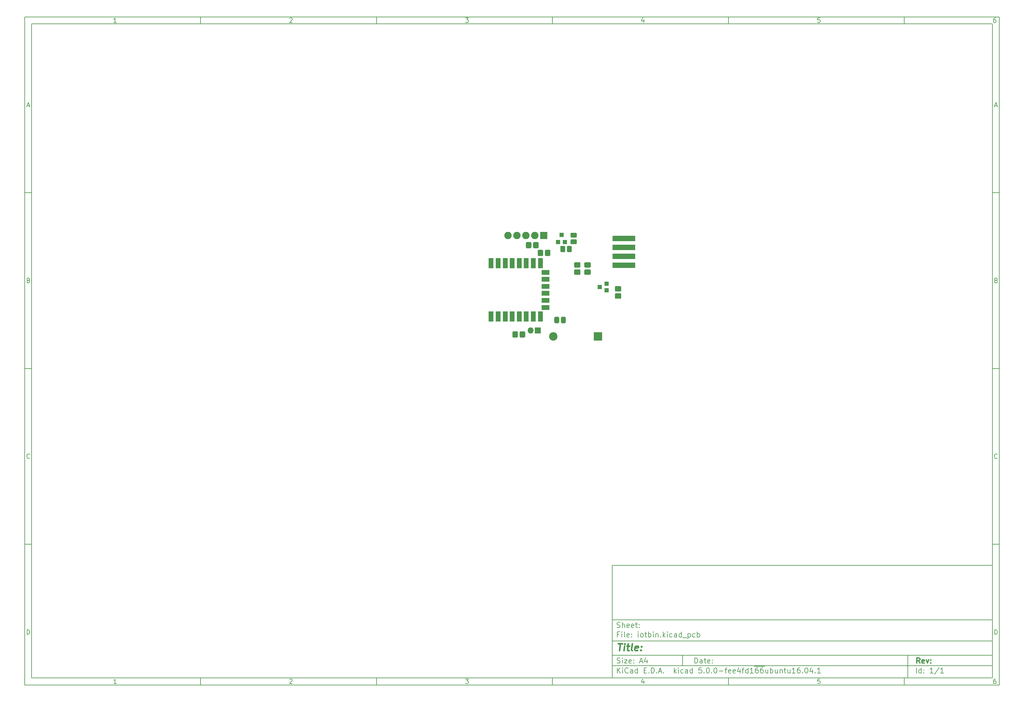
<source format=gbr>
G04 #@! TF.GenerationSoftware,KiCad,Pcbnew,5.0.0-fee4fd1~66~ubuntu16.04.1*
G04 #@! TF.CreationDate,2018-09-18T00:27:07+02:00*
G04 #@! TF.ProjectId,iotbin,696F7462696E2E6B696361645F706362,rev?*
G04 #@! TF.SameCoordinates,Original*
G04 #@! TF.FileFunction,Soldermask,Top*
G04 #@! TF.FilePolarity,Negative*
%FSLAX46Y46*%
G04 Gerber Fmt 4.6, Leading zero omitted, Abs format (unit mm)*
G04 Created by KiCad (PCBNEW 5.0.0-fee4fd1~66~ubuntu16.04.1) date Tue Sep 18 00:27:07 2018*
%MOMM*%
%LPD*%
G01*
G04 APERTURE LIST*
%ADD10C,0.100000*%
%ADD11C,0.150000*%
%ADD12C,0.300000*%
%ADD13C,0.400000*%
%ADD14R,2.100000X2.100000*%
%ADD15O,2.100000X2.100000*%
%ADD16R,6.400000X1.600000*%
%ADD17C,1.550000*%
%ADD18R,1.750000X1.750000*%
%ADD19O,1.750000X1.750000*%
%ADD20C,2.400000*%
%ADD21R,2.400000X2.400000*%
%ADD22C,1.375000*%
%ADD23R,1.200000X1.300000*%
%ADD24R,1.300000X1.200000*%
%ADD25R,1.400000X2.900000*%
%ADD26R,2.200000X1.400000*%
G04 APERTURE END LIST*
D10*
D11*
X177002200Y-166007200D02*
X177002200Y-198007200D01*
X285002200Y-198007200D01*
X285002200Y-166007200D01*
X177002200Y-166007200D01*
D10*
D11*
X10000000Y-10000000D02*
X10000000Y-200007200D01*
X287002200Y-200007200D01*
X287002200Y-10000000D01*
X10000000Y-10000000D01*
D10*
D11*
X12000000Y-12000000D02*
X12000000Y-198007200D01*
X285002200Y-198007200D01*
X285002200Y-12000000D01*
X12000000Y-12000000D01*
D10*
D11*
X60000000Y-12000000D02*
X60000000Y-10000000D01*
D10*
D11*
X110000000Y-12000000D02*
X110000000Y-10000000D01*
D10*
D11*
X160000000Y-12000000D02*
X160000000Y-10000000D01*
D10*
D11*
X210000000Y-12000000D02*
X210000000Y-10000000D01*
D10*
D11*
X260000000Y-12000000D02*
X260000000Y-10000000D01*
D10*
D11*
X36065476Y-11588095D02*
X35322619Y-11588095D01*
X35694047Y-11588095D02*
X35694047Y-10288095D01*
X35570238Y-10473809D01*
X35446428Y-10597619D01*
X35322619Y-10659523D01*
D10*
D11*
X85322619Y-10411904D02*
X85384523Y-10350000D01*
X85508333Y-10288095D01*
X85817857Y-10288095D01*
X85941666Y-10350000D01*
X86003571Y-10411904D01*
X86065476Y-10535714D01*
X86065476Y-10659523D01*
X86003571Y-10845238D01*
X85260714Y-11588095D01*
X86065476Y-11588095D01*
D10*
D11*
X135260714Y-10288095D02*
X136065476Y-10288095D01*
X135632142Y-10783333D01*
X135817857Y-10783333D01*
X135941666Y-10845238D01*
X136003571Y-10907142D01*
X136065476Y-11030952D01*
X136065476Y-11340476D01*
X136003571Y-11464285D01*
X135941666Y-11526190D01*
X135817857Y-11588095D01*
X135446428Y-11588095D01*
X135322619Y-11526190D01*
X135260714Y-11464285D01*
D10*
D11*
X185941666Y-10721428D02*
X185941666Y-11588095D01*
X185632142Y-10226190D02*
X185322619Y-11154761D01*
X186127380Y-11154761D01*
D10*
D11*
X236003571Y-10288095D02*
X235384523Y-10288095D01*
X235322619Y-10907142D01*
X235384523Y-10845238D01*
X235508333Y-10783333D01*
X235817857Y-10783333D01*
X235941666Y-10845238D01*
X236003571Y-10907142D01*
X236065476Y-11030952D01*
X236065476Y-11340476D01*
X236003571Y-11464285D01*
X235941666Y-11526190D01*
X235817857Y-11588095D01*
X235508333Y-11588095D01*
X235384523Y-11526190D01*
X235322619Y-11464285D01*
D10*
D11*
X285941666Y-10288095D02*
X285694047Y-10288095D01*
X285570238Y-10350000D01*
X285508333Y-10411904D01*
X285384523Y-10597619D01*
X285322619Y-10845238D01*
X285322619Y-11340476D01*
X285384523Y-11464285D01*
X285446428Y-11526190D01*
X285570238Y-11588095D01*
X285817857Y-11588095D01*
X285941666Y-11526190D01*
X286003571Y-11464285D01*
X286065476Y-11340476D01*
X286065476Y-11030952D01*
X286003571Y-10907142D01*
X285941666Y-10845238D01*
X285817857Y-10783333D01*
X285570238Y-10783333D01*
X285446428Y-10845238D01*
X285384523Y-10907142D01*
X285322619Y-11030952D01*
D10*
D11*
X60000000Y-198007200D02*
X60000000Y-200007200D01*
D10*
D11*
X110000000Y-198007200D02*
X110000000Y-200007200D01*
D10*
D11*
X160000000Y-198007200D02*
X160000000Y-200007200D01*
D10*
D11*
X210000000Y-198007200D02*
X210000000Y-200007200D01*
D10*
D11*
X260000000Y-198007200D02*
X260000000Y-200007200D01*
D10*
D11*
X36065476Y-199595295D02*
X35322619Y-199595295D01*
X35694047Y-199595295D02*
X35694047Y-198295295D01*
X35570238Y-198481009D01*
X35446428Y-198604819D01*
X35322619Y-198666723D01*
D10*
D11*
X85322619Y-198419104D02*
X85384523Y-198357200D01*
X85508333Y-198295295D01*
X85817857Y-198295295D01*
X85941666Y-198357200D01*
X86003571Y-198419104D01*
X86065476Y-198542914D01*
X86065476Y-198666723D01*
X86003571Y-198852438D01*
X85260714Y-199595295D01*
X86065476Y-199595295D01*
D10*
D11*
X135260714Y-198295295D02*
X136065476Y-198295295D01*
X135632142Y-198790533D01*
X135817857Y-198790533D01*
X135941666Y-198852438D01*
X136003571Y-198914342D01*
X136065476Y-199038152D01*
X136065476Y-199347676D01*
X136003571Y-199471485D01*
X135941666Y-199533390D01*
X135817857Y-199595295D01*
X135446428Y-199595295D01*
X135322619Y-199533390D01*
X135260714Y-199471485D01*
D10*
D11*
X185941666Y-198728628D02*
X185941666Y-199595295D01*
X185632142Y-198233390D02*
X185322619Y-199161961D01*
X186127380Y-199161961D01*
D10*
D11*
X236003571Y-198295295D02*
X235384523Y-198295295D01*
X235322619Y-198914342D01*
X235384523Y-198852438D01*
X235508333Y-198790533D01*
X235817857Y-198790533D01*
X235941666Y-198852438D01*
X236003571Y-198914342D01*
X236065476Y-199038152D01*
X236065476Y-199347676D01*
X236003571Y-199471485D01*
X235941666Y-199533390D01*
X235817857Y-199595295D01*
X235508333Y-199595295D01*
X235384523Y-199533390D01*
X235322619Y-199471485D01*
D10*
D11*
X285941666Y-198295295D02*
X285694047Y-198295295D01*
X285570238Y-198357200D01*
X285508333Y-198419104D01*
X285384523Y-198604819D01*
X285322619Y-198852438D01*
X285322619Y-199347676D01*
X285384523Y-199471485D01*
X285446428Y-199533390D01*
X285570238Y-199595295D01*
X285817857Y-199595295D01*
X285941666Y-199533390D01*
X286003571Y-199471485D01*
X286065476Y-199347676D01*
X286065476Y-199038152D01*
X286003571Y-198914342D01*
X285941666Y-198852438D01*
X285817857Y-198790533D01*
X285570238Y-198790533D01*
X285446428Y-198852438D01*
X285384523Y-198914342D01*
X285322619Y-199038152D01*
D10*
D11*
X10000000Y-60000000D02*
X12000000Y-60000000D01*
D10*
D11*
X10000000Y-110000000D02*
X12000000Y-110000000D01*
D10*
D11*
X10000000Y-160000000D02*
X12000000Y-160000000D01*
D10*
D11*
X10690476Y-35216666D02*
X11309523Y-35216666D01*
X10566666Y-35588095D02*
X11000000Y-34288095D01*
X11433333Y-35588095D01*
D10*
D11*
X11092857Y-84907142D02*
X11278571Y-84969047D01*
X11340476Y-85030952D01*
X11402380Y-85154761D01*
X11402380Y-85340476D01*
X11340476Y-85464285D01*
X11278571Y-85526190D01*
X11154761Y-85588095D01*
X10659523Y-85588095D01*
X10659523Y-84288095D01*
X11092857Y-84288095D01*
X11216666Y-84350000D01*
X11278571Y-84411904D01*
X11340476Y-84535714D01*
X11340476Y-84659523D01*
X11278571Y-84783333D01*
X11216666Y-84845238D01*
X11092857Y-84907142D01*
X10659523Y-84907142D01*
D10*
D11*
X11402380Y-135464285D02*
X11340476Y-135526190D01*
X11154761Y-135588095D01*
X11030952Y-135588095D01*
X10845238Y-135526190D01*
X10721428Y-135402380D01*
X10659523Y-135278571D01*
X10597619Y-135030952D01*
X10597619Y-134845238D01*
X10659523Y-134597619D01*
X10721428Y-134473809D01*
X10845238Y-134350000D01*
X11030952Y-134288095D01*
X11154761Y-134288095D01*
X11340476Y-134350000D01*
X11402380Y-134411904D01*
D10*
D11*
X10659523Y-185588095D02*
X10659523Y-184288095D01*
X10969047Y-184288095D01*
X11154761Y-184350000D01*
X11278571Y-184473809D01*
X11340476Y-184597619D01*
X11402380Y-184845238D01*
X11402380Y-185030952D01*
X11340476Y-185278571D01*
X11278571Y-185402380D01*
X11154761Y-185526190D01*
X10969047Y-185588095D01*
X10659523Y-185588095D01*
D10*
D11*
X287002200Y-60000000D02*
X285002200Y-60000000D01*
D10*
D11*
X287002200Y-110000000D02*
X285002200Y-110000000D01*
D10*
D11*
X287002200Y-160000000D02*
X285002200Y-160000000D01*
D10*
D11*
X285692676Y-35216666D02*
X286311723Y-35216666D01*
X285568866Y-35588095D02*
X286002200Y-34288095D01*
X286435533Y-35588095D01*
D10*
D11*
X286095057Y-84907142D02*
X286280771Y-84969047D01*
X286342676Y-85030952D01*
X286404580Y-85154761D01*
X286404580Y-85340476D01*
X286342676Y-85464285D01*
X286280771Y-85526190D01*
X286156961Y-85588095D01*
X285661723Y-85588095D01*
X285661723Y-84288095D01*
X286095057Y-84288095D01*
X286218866Y-84350000D01*
X286280771Y-84411904D01*
X286342676Y-84535714D01*
X286342676Y-84659523D01*
X286280771Y-84783333D01*
X286218866Y-84845238D01*
X286095057Y-84907142D01*
X285661723Y-84907142D01*
D10*
D11*
X286404580Y-135464285D02*
X286342676Y-135526190D01*
X286156961Y-135588095D01*
X286033152Y-135588095D01*
X285847438Y-135526190D01*
X285723628Y-135402380D01*
X285661723Y-135278571D01*
X285599819Y-135030952D01*
X285599819Y-134845238D01*
X285661723Y-134597619D01*
X285723628Y-134473809D01*
X285847438Y-134350000D01*
X286033152Y-134288095D01*
X286156961Y-134288095D01*
X286342676Y-134350000D01*
X286404580Y-134411904D01*
D10*
D11*
X285661723Y-185588095D02*
X285661723Y-184288095D01*
X285971247Y-184288095D01*
X286156961Y-184350000D01*
X286280771Y-184473809D01*
X286342676Y-184597619D01*
X286404580Y-184845238D01*
X286404580Y-185030952D01*
X286342676Y-185278571D01*
X286280771Y-185402380D01*
X286156961Y-185526190D01*
X285971247Y-185588095D01*
X285661723Y-185588095D01*
D10*
D11*
X200434342Y-193785771D02*
X200434342Y-192285771D01*
X200791485Y-192285771D01*
X201005771Y-192357200D01*
X201148628Y-192500057D01*
X201220057Y-192642914D01*
X201291485Y-192928628D01*
X201291485Y-193142914D01*
X201220057Y-193428628D01*
X201148628Y-193571485D01*
X201005771Y-193714342D01*
X200791485Y-193785771D01*
X200434342Y-193785771D01*
X202577200Y-193785771D02*
X202577200Y-193000057D01*
X202505771Y-192857200D01*
X202362914Y-192785771D01*
X202077200Y-192785771D01*
X201934342Y-192857200D01*
X202577200Y-193714342D02*
X202434342Y-193785771D01*
X202077200Y-193785771D01*
X201934342Y-193714342D01*
X201862914Y-193571485D01*
X201862914Y-193428628D01*
X201934342Y-193285771D01*
X202077200Y-193214342D01*
X202434342Y-193214342D01*
X202577200Y-193142914D01*
X203077200Y-192785771D02*
X203648628Y-192785771D01*
X203291485Y-192285771D02*
X203291485Y-193571485D01*
X203362914Y-193714342D01*
X203505771Y-193785771D01*
X203648628Y-193785771D01*
X204720057Y-193714342D02*
X204577200Y-193785771D01*
X204291485Y-193785771D01*
X204148628Y-193714342D01*
X204077200Y-193571485D01*
X204077200Y-193000057D01*
X204148628Y-192857200D01*
X204291485Y-192785771D01*
X204577200Y-192785771D01*
X204720057Y-192857200D01*
X204791485Y-193000057D01*
X204791485Y-193142914D01*
X204077200Y-193285771D01*
X205434342Y-193642914D02*
X205505771Y-193714342D01*
X205434342Y-193785771D01*
X205362914Y-193714342D01*
X205434342Y-193642914D01*
X205434342Y-193785771D01*
X205434342Y-192857200D02*
X205505771Y-192928628D01*
X205434342Y-193000057D01*
X205362914Y-192928628D01*
X205434342Y-192857200D01*
X205434342Y-193000057D01*
D10*
D11*
X177002200Y-194507200D02*
X285002200Y-194507200D01*
D10*
D11*
X178434342Y-196585771D02*
X178434342Y-195085771D01*
X179291485Y-196585771D02*
X178648628Y-195728628D01*
X179291485Y-195085771D02*
X178434342Y-195942914D01*
X179934342Y-196585771D02*
X179934342Y-195585771D01*
X179934342Y-195085771D02*
X179862914Y-195157200D01*
X179934342Y-195228628D01*
X180005771Y-195157200D01*
X179934342Y-195085771D01*
X179934342Y-195228628D01*
X181505771Y-196442914D02*
X181434342Y-196514342D01*
X181220057Y-196585771D01*
X181077200Y-196585771D01*
X180862914Y-196514342D01*
X180720057Y-196371485D01*
X180648628Y-196228628D01*
X180577200Y-195942914D01*
X180577200Y-195728628D01*
X180648628Y-195442914D01*
X180720057Y-195300057D01*
X180862914Y-195157200D01*
X181077200Y-195085771D01*
X181220057Y-195085771D01*
X181434342Y-195157200D01*
X181505771Y-195228628D01*
X182791485Y-196585771D02*
X182791485Y-195800057D01*
X182720057Y-195657200D01*
X182577200Y-195585771D01*
X182291485Y-195585771D01*
X182148628Y-195657200D01*
X182791485Y-196514342D02*
X182648628Y-196585771D01*
X182291485Y-196585771D01*
X182148628Y-196514342D01*
X182077200Y-196371485D01*
X182077200Y-196228628D01*
X182148628Y-196085771D01*
X182291485Y-196014342D01*
X182648628Y-196014342D01*
X182791485Y-195942914D01*
X184148628Y-196585771D02*
X184148628Y-195085771D01*
X184148628Y-196514342D02*
X184005771Y-196585771D01*
X183720057Y-196585771D01*
X183577200Y-196514342D01*
X183505771Y-196442914D01*
X183434342Y-196300057D01*
X183434342Y-195871485D01*
X183505771Y-195728628D01*
X183577200Y-195657200D01*
X183720057Y-195585771D01*
X184005771Y-195585771D01*
X184148628Y-195657200D01*
X186005771Y-195800057D02*
X186505771Y-195800057D01*
X186720057Y-196585771D02*
X186005771Y-196585771D01*
X186005771Y-195085771D01*
X186720057Y-195085771D01*
X187362914Y-196442914D02*
X187434342Y-196514342D01*
X187362914Y-196585771D01*
X187291485Y-196514342D01*
X187362914Y-196442914D01*
X187362914Y-196585771D01*
X188077200Y-196585771D02*
X188077200Y-195085771D01*
X188434342Y-195085771D01*
X188648628Y-195157200D01*
X188791485Y-195300057D01*
X188862914Y-195442914D01*
X188934342Y-195728628D01*
X188934342Y-195942914D01*
X188862914Y-196228628D01*
X188791485Y-196371485D01*
X188648628Y-196514342D01*
X188434342Y-196585771D01*
X188077200Y-196585771D01*
X189577200Y-196442914D02*
X189648628Y-196514342D01*
X189577200Y-196585771D01*
X189505771Y-196514342D01*
X189577200Y-196442914D01*
X189577200Y-196585771D01*
X190220057Y-196157200D02*
X190934342Y-196157200D01*
X190077200Y-196585771D02*
X190577200Y-195085771D01*
X191077200Y-196585771D01*
X191577200Y-196442914D02*
X191648628Y-196514342D01*
X191577200Y-196585771D01*
X191505771Y-196514342D01*
X191577200Y-196442914D01*
X191577200Y-196585771D01*
X194577200Y-196585771D02*
X194577200Y-195085771D01*
X194720057Y-196014342D02*
X195148628Y-196585771D01*
X195148628Y-195585771D02*
X194577200Y-196157200D01*
X195791485Y-196585771D02*
X195791485Y-195585771D01*
X195791485Y-195085771D02*
X195720057Y-195157200D01*
X195791485Y-195228628D01*
X195862914Y-195157200D01*
X195791485Y-195085771D01*
X195791485Y-195228628D01*
X197148628Y-196514342D02*
X197005771Y-196585771D01*
X196720057Y-196585771D01*
X196577200Y-196514342D01*
X196505771Y-196442914D01*
X196434342Y-196300057D01*
X196434342Y-195871485D01*
X196505771Y-195728628D01*
X196577200Y-195657200D01*
X196720057Y-195585771D01*
X197005771Y-195585771D01*
X197148628Y-195657200D01*
X198434342Y-196585771D02*
X198434342Y-195800057D01*
X198362914Y-195657200D01*
X198220057Y-195585771D01*
X197934342Y-195585771D01*
X197791485Y-195657200D01*
X198434342Y-196514342D02*
X198291485Y-196585771D01*
X197934342Y-196585771D01*
X197791485Y-196514342D01*
X197720057Y-196371485D01*
X197720057Y-196228628D01*
X197791485Y-196085771D01*
X197934342Y-196014342D01*
X198291485Y-196014342D01*
X198434342Y-195942914D01*
X199791485Y-196585771D02*
X199791485Y-195085771D01*
X199791485Y-196514342D02*
X199648628Y-196585771D01*
X199362914Y-196585771D01*
X199220057Y-196514342D01*
X199148628Y-196442914D01*
X199077200Y-196300057D01*
X199077200Y-195871485D01*
X199148628Y-195728628D01*
X199220057Y-195657200D01*
X199362914Y-195585771D01*
X199648628Y-195585771D01*
X199791485Y-195657200D01*
X202362914Y-195085771D02*
X201648628Y-195085771D01*
X201577200Y-195800057D01*
X201648628Y-195728628D01*
X201791485Y-195657200D01*
X202148628Y-195657200D01*
X202291485Y-195728628D01*
X202362914Y-195800057D01*
X202434342Y-195942914D01*
X202434342Y-196300057D01*
X202362914Y-196442914D01*
X202291485Y-196514342D01*
X202148628Y-196585771D01*
X201791485Y-196585771D01*
X201648628Y-196514342D01*
X201577200Y-196442914D01*
X203077200Y-196442914D02*
X203148628Y-196514342D01*
X203077200Y-196585771D01*
X203005771Y-196514342D01*
X203077200Y-196442914D01*
X203077200Y-196585771D01*
X204077200Y-195085771D02*
X204220057Y-195085771D01*
X204362914Y-195157200D01*
X204434342Y-195228628D01*
X204505771Y-195371485D01*
X204577200Y-195657200D01*
X204577200Y-196014342D01*
X204505771Y-196300057D01*
X204434342Y-196442914D01*
X204362914Y-196514342D01*
X204220057Y-196585771D01*
X204077200Y-196585771D01*
X203934342Y-196514342D01*
X203862914Y-196442914D01*
X203791485Y-196300057D01*
X203720057Y-196014342D01*
X203720057Y-195657200D01*
X203791485Y-195371485D01*
X203862914Y-195228628D01*
X203934342Y-195157200D01*
X204077200Y-195085771D01*
X205220057Y-196442914D02*
X205291485Y-196514342D01*
X205220057Y-196585771D01*
X205148628Y-196514342D01*
X205220057Y-196442914D01*
X205220057Y-196585771D01*
X206220057Y-195085771D02*
X206362914Y-195085771D01*
X206505771Y-195157200D01*
X206577200Y-195228628D01*
X206648628Y-195371485D01*
X206720057Y-195657200D01*
X206720057Y-196014342D01*
X206648628Y-196300057D01*
X206577200Y-196442914D01*
X206505771Y-196514342D01*
X206362914Y-196585771D01*
X206220057Y-196585771D01*
X206077200Y-196514342D01*
X206005771Y-196442914D01*
X205934342Y-196300057D01*
X205862914Y-196014342D01*
X205862914Y-195657200D01*
X205934342Y-195371485D01*
X206005771Y-195228628D01*
X206077200Y-195157200D01*
X206220057Y-195085771D01*
X207362914Y-196014342D02*
X208505771Y-196014342D01*
X209005771Y-195585771D02*
X209577200Y-195585771D01*
X209220057Y-196585771D02*
X209220057Y-195300057D01*
X209291485Y-195157200D01*
X209434342Y-195085771D01*
X209577200Y-195085771D01*
X210648628Y-196514342D02*
X210505771Y-196585771D01*
X210220057Y-196585771D01*
X210077200Y-196514342D01*
X210005771Y-196371485D01*
X210005771Y-195800057D01*
X210077200Y-195657200D01*
X210220057Y-195585771D01*
X210505771Y-195585771D01*
X210648628Y-195657200D01*
X210720057Y-195800057D01*
X210720057Y-195942914D01*
X210005771Y-196085771D01*
X211934342Y-196514342D02*
X211791485Y-196585771D01*
X211505771Y-196585771D01*
X211362914Y-196514342D01*
X211291485Y-196371485D01*
X211291485Y-195800057D01*
X211362914Y-195657200D01*
X211505771Y-195585771D01*
X211791485Y-195585771D01*
X211934342Y-195657200D01*
X212005771Y-195800057D01*
X212005771Y-195942914D01*
X211291485Y-196085771D01*
X213291485Y-195585771D02*
X213291485Y-196585771D01*
X212934342Y-195014342D02*
X212577200Y-196085771D01*
X213505771Y-196085771D01*
X213862914Y-195585771D02*
X214434342Y-195585771D01*
X214077200Y-196585771D02*
X214077200Y-195300057D01*
X214148628Y-195157200D01*
X214291485Y-195085771D01*
X214434342Y-195085771D01*
X215577200Y-196585771D02*
X215577200Y-195085771D01*
X215577200Y-196514342D02*
X215434342Y-196585771D01*
X215148628Y-196585771D01*
X215005771Y-196514342D01*
X214934342Y-196442914D01*
X214862914Y-196300057D01*
X214862914Y-195871485D01*
X214934342Y-195728628D01*
X215005771Y-195657200D01*
X215148628Y-195585771D01*
X215434342Y-195585771D01*
X215577200Y-195657200D01*
X217077200Y-196585771D02*
X216220057Y-196585771D01*
X216648628Y-196585771D02*
X216648628Y-195085771D01*
X216505771Y-195300057D01*
X216362914Y-195442914D01*
X216220057Y-195514342D01*
X217362914Y-194677200D02*
X218791485Y-194677200D01*
X218362914Y-195085771D02*
X218077200Y-195085771D01*
X217934342Y-195157200D01*
X217862914Y-195228628D01*
X217720057Y-195442914D01*
X217648628Y-195728628D01*
X217648628Y-196300057D01*
X217720057Y-196442914D01*
X217791485Y-196514342D01*
X217934342Y-196585771D01*
X218220057Y-196585771D01*
X218362914Y-196514342D01*
X218434342Y-196442914D01*
X218505771Y-196300057D01*
X218505771Y-195942914D01*
X218434342Y-195800057D01*
X218362914Y-195728628D01*
X218220057Y-195657200D01*
X217934342Y-195657200D01*
X217791485Y-195728628D01*
X217720057Y-195800057D01*
X217648628Y-195942914D01*
X218791485Y-194677200D02*
X220220057Y-194677200D01*
X219791485Y-195085771D02*
X219505771Y-195085771D01*
X219362914Y-195157200D01*
X219291485Y-195228628D01*
X219148628Y-195442914D01*
X219077200Y-195728628D01*
X219077200Y-196300057D01*
X219148628Y-196442914D01*
X219220057Y-196514342D01*
X219362914Y-196585771D01*
X219648628Y-196585771D01*
X219791485Y-196514342D01*
X219862914Y-196442914D01*
X219934342Y-196300057D01*
X219934342Y-195942914D01*
X219862914Y-195800057D01*
X219791485Y-195728628D01*
X219648628Y-195657200D01*
X219362914Y-195657200D01*
X219220057Y-195728628D01*
X219148628Y-195800057D01*
X219077200Y-195942914D01*
X221220057Y-195585771D02*
X221220057Y-196585771D01*
X220577200Y-195585771D02*
X220577200Y-196371485D01*
X220648628Y-196514342D01*
X220791485Y-196585771D01*
X221005771Y-196585771D01*
X221148628Y-196514342D01*
X221220057Y-196442914D01*
X221934342Y-196585771D02*
X221934342Y-195085771D01*
X221934342Y-195657200D02*
X222077200Y-195585771D01*
X222362914Y-195585771D01*
X222505771Y-195657200D01*
X222577200Y-195728628D01*
X222648628Y-195871485D01*
X222648628Y-196300057D01*
X222577200Y-196442914D01*
X222505771Y-196514342D01*
X222362914Y-196585771D01*
X222077200Y-196585771D01*
X221934342Y-196514342D01*
X223934342Y-195585771D02*
X223934342Y-196585771D01*
X223291485Y-195585771D02*
X223291485Y-196371485D01*
X223362914Y-196514342D01*
X223505771Y-196585771D01*
X223720057Y-196585771D01*
X223862914Y-196514342D01*
X223934342Y-196442914D01*
X224648628Y-195585771D02*
X224648628Y-196585771D01*
X224648628Y-195728628D02*
X224720057Y-195657200D01*
X224862914Y-195585771D01*
X225077200Y-195585771D01*
X225220057Y-195657200D01*
X225291485Y-195800057D01*
X225291485Y-196585771D01*
X225791485Y-195585771D02*
X226362914Y-195585771D01*
X226005771Y-195085771D02*
X226005771Y-196371485D01*
X226077200Y-196514342D01*
X226220057Y-196585771D01*
X226362914Y-196585771D01*
X227505771Y-195585771D02*
X227505771Y-196585771D01*
X226862914Y-195585771D02*
X226862914Y-196371485D01*
X226934342Y-196514342D01*
X227077200Y-196585771D01*
X227291485Y-196585771D01*
X227434342Y-196514342D01*
X227505771Y-196442914D01*
X229005771Y-196585771D02*
X228148628Y-196585771D01*
X228577200Y-196585771D02*
X228577200Y-195085771D01*
X228434342Y-195300057D01*
X228291485Y-195442914D01*
X228148628Y-195514342D01*
X230291485Y-195085771D02*
X230005771Y-195085771D01*
X229862914Y-195157200D01*
X229791485Y-195228628D01*
X229648628Y-195442914D01*
X229577200Y-195728628D01*
X229577200Y-196300057D01*
X229648628Y-196442914D01*
X229720057Y-196514342D01*
X229862914Y-196585771D01*
X230148628Y-196585771D01*
X230291485Y-196514342D01*
X230362914Y-196442914D01*
X230434342Y-196300057D01*
X230434342Y-195942914D01*
X230362914Y-195800057D01*
X230291485Y-195728628D01*
X230148628Y-195657200D01*
X229862914Y-195657200D01*
X229720057Y-195728628D01*
X229648628Y-195800057D01*
X229577200Y-195942914D01*
X231077200Y-196442914D02*
X231148628Y-196514342D01*
X231077200Y-196585771D01*
X231005771Y-196514342D01*
X231077200Y-196442914D01*
X231077200Y-196585771D01*
X232077200Y-195085771D02*
X232220057Y-195085771D01*
X232362914Y-195157200D01*
X232434342Y-195228628D01*
X232505771Y-195371485D01*
X232577200Y-195657200D01*
X232577200Y-196014342D01*
X232505771Y-196300057D01*
X232434342Y-196442914D01*
X232362914Y-196514342D01*
X232220057Y-196585771D01*
X232077200Y-196585771D01*
X231934342Y-196514342D01*
X231862914Y-196442914D01*
X231791485Y-196300057D01*
X231720057Y-196014342D01*
X231720057Y-195657200D01*
X231791485Y-195371485D01*
X231862914Y-195228628D01*
X231934342Y-195157200D01*
X232077200Y-195085771D01*
X233862914Y-195585771D02*
X233862914Y-196585771D01*
X233505771Y-195014342D02*
X233148628Y-196085771D01*
X234077200Y-196085771D01*
X234648628Y-196442914D02*
X234720057Y-196514342D01*
X234648628Y-196585771D01*
X234577200Y-196514342D01*
X234648628Y-196442914D01*
X234648628Y-196585771D01*
X236148628Y-196585771D02*
X235291485Y-196585771D01*
X235720057Y-196585771D02*
X235720057Y-195085771D01*
X235577200Y-195300057D01*
X235434342Y-195442914D01*
X235291485Y-195514342D01*
D10*
D11*
X177002200Y-191507200D02*
X285002200Y-191507200D01*
D10*
D12*
X264411485Y-193785771D02*
X263911485Y-193071485D01*
X263554342Y-193785771D02*
X263554342Y-192285771D01*
X264125771Y-192285771D01*
X264268628Y-192357200D01*
X264340057Y-192428628D01*
X264411485Y-192571485D01*
X264411485Y-192785771D01*
X264340057Y-192928628D01*
X264268628Y-193000057D01*
X264125771Y-193071485D01*
X263554342Y-193071485D01*
X265625771Y-193714342D02*
X265482914Y-193785771D01*
X265197200Y-193785771D01*
X265054342Y-193714342D01*
X264982914Y-193571485D01*
X264982914Y-193000057D01*
X265054342Y-192857200D01*
X265197200Y-192785771D01*
X265482914Y-192785771D01*
X265625771Y-192857200D01*
X265697200Y-193000057D01*
X265697200Y-193142914D01*
X264982914Y-193285771D01*
X266197200Y-192785771D02*
X266554342Y-193785771D01*
X266911485Y-192785771D01*
X267482914Y-193642914D02*
X267554342Y-193714342D01*
X267482914Y-193785771D01*
X267411485Y-193714342D01*
X267482914Y-193642914D01*
X267482914Y-193785771D01*
X267482914Y-192857200D02*
X267554342Y-192928628D01*
X267482914Y-193000057D01*
X267411485Y-192928628D01*
X267482914Y-192857200D01*
X267482914Y-193000057D01*
D10*
D11*
X178362914Y-193714342D02*
X178577200Y-193785771D01*
X178934342Y-193785771D01*
X179077200Y-193714342D01*
X179148628Y-193642914D01*
X179220057Y-193500057D01*
X179220057Y-193357200D01*
X179148628Y-193214342D01*
X179077200Y-193142914D01*
X178934342Y-193071485D01*
X178648628Y-193000057D01*
X178505771Y-192928628D01*
X178434342Y-192857200D01*
X178362914Y-192714342D01*
X178362914Y-192571485D01*
X178434342Y-192428628D01*
X178505771Y-192357200D01*
X178648628Y-192285771D01*
X179005771Y-192285771D01*
X179220057Y-192357200D01*
X179862914Y-193785771D02*
X179862914Y-192785771D01*
X179862914Y-192285771D02*
X179791485Y-192357200D01*
X179862914Y-192428628D01*
X179934342Y-192357200D01*
X179862914Y-192285771D01*
X179862914Y-192428628D01*
X180434342Y-192785771D02*
X181220057Y-192785771D01*
X180434342Y-193785771D01*
X181220057Y-193785771D01*
X182362914Y-193714342D02*
X182220057Y-193785771D01*
X181934342Y-193785771D01*
X181791485Y-193714342D01*
X181720057Y-193571485D01*
X181720057Y-193000057D01*
X181791485Y-192857200D01*
X181934342Y-192785771D01*
X182220057Y-192785771D01*
X182362914Y-192857200D01*
X182434342Y-193000057D01*
X182434342Y-193142914D01*
X181720057Y-193285771D01*
X183077200Y-193642914D02*
X183148628Y-193714342D01*
X183077200Y-193785771D01*
X183005771Y-193714342D01*
X183077200Y-193642914D01*
X183077200Y-193785771D01*
X183077200Y-192857200D02*
X183148628Y-192928628D01*
X183077200Y-193000057D01*
X183005771Y-192928628D01*
X183077200Y-192857200D01*
X183077200Y-193000057D01*
X184862914Y-193357200D02*
X185577200Y-193357200D01*
X184720057Y-193785771D02*
X185220057Y-192285771D01*
X185720057Y-193785771D01*
X186862914Y-192785771D02*
X186862914Y-193785771D01*
X186505771Y-192214342D02*
X186148628Y-193285771D01*
X187077200Y-193285771D01*
D10*
D11*
X263434342Y-196585771D02*
X263434342Y-195085771D01*
X264791485Y-196585771D02*
X264791485Y-195085771D01*
X264791485Y-196514342D02*
X264648628Y-196585771D01*
X264362914Y-196585771D01*
X264220057Y-196514342D01*
X264148628Y-196442914D01*
X264077200Y-196300057D01*
X264077200Y-195871485D01*
X264148628Y-195728628D01*
X264220057Y-195657200D01*
X264362914Y-195585771D01*
X264648628Y-195585771D01*
X264791485Y-195657200D01*
X265505771Y-196442914D02*
X265577200Y-196514342D01*
X265505771Y-196585771D01*
X265434342Y-196514342D01*
X265505771Y-196442914D01*
X265505771Y-196585771D01*
X265505771Y-195657200D02*
X265577200Y-195728628D01*
X265505771Y-195800057D01*
X265434342Y-195728628D01*
X265505771Y-195657200D01*
X265505771Y-195800057D01*
X268148628Y-196585771D02*
X267291485Y-196585771D01*
X267720057Y-196585771D02*
X267720057Y-195085771D01*
X267577200Y-195300057D01*
X267434342Y-195442914D01*
X267291485Y-195514342D01*
X269862914Y-195014342D02*
X268577200Y-196942914D01*
X271148628Y-196585771D02*
X270291485Y-196585771D01*
X270720057Y-196585771D02*
X270720057Y-195085771D01*
X270577200Y-195300057D01*
X270434342Y-195442914D01*
X270291485Y-195514342D01*
D10*
D11*
X177002200Y-187507200D02*
X285002200Y-187507200D01*
D10*
D13*
X178714580Y-188211961D02*
X179857438Y-188211961D01*
X179036009Y-190211961D02*
X179286009Y-188211961D01*
X180274104Y-190211961D02*
X180440771Y-188878628D01*
X180524104Y-188211961D02*
X180416961Y-188307200D01*
X180500295Y-188402438D01*
X180607438Y-188307200D01*
X180524104Y-188211961D01*
X180500295Y-188402438D01*
X181107438Y-188878628D02*
X181869342Y-188878628D01*
X181476485Y-188211961D02*
X181262200Y-189926247D01*
X181333628Y-190116723D01*
X181512200Y-190211961D01*
X181702676Y-190211961D01*
X182655057Y-190211961D02*
X182476485Y-190116723D01*
X182405057Y-189926247D01*
X182619342Y-188211961D01*
X184190771Y-190116723D02*
X183988390Y-190211961D01*
X183607438Y-190211961D01*
X183428866Y-190116723D01*
X183357438Y-189926247D01*
X183452676Y-189164342D01*
X183571723Y-188973866D01*
X183774104Y-188878628D01*
X184155057Y-188878628D01*
X184333628Y-188973866D01*
X184405057Y-189164342D01*
X184381247Y-189354819D01*
X183405057Y-189545295D01*
X185155057Y-190021485D02*
X185238390Y-190116723D01*
X185131247Y-190211961D01*
X185047914Y-190116723D01*
X185155057Y-190021485D01*
X185131247Y-190211961D01*
X185286009Y-188973866D02*
X185369342Y-189069104D01*
X185262200Y-189164342D01*
X185178866Y-189069104D01*
X185286009Y-188973866D01*
X185262200Y-189164342D01*
D10*
D11*
X178934342Y-185600057D02*
X178434342Y-185600057D01*
X178434342Y-186385771D02*
X178434342Y-184885771D01*
X179148628Y-184885771D01*
X179720057Y-186385771D02*
X179720057Y-185385771D01*
X179720057Y-184885771D02*
X179648628Y-184957200D01*
X179720057Y-185028628D01*
X179791485Y-184957200D01*
X179720057Y-184885771D01*
X179720057Y-185028628D01*
X180648628Y-186385771D02*
X180505771Y-186314342D01*
X180434342Y-186171485D01*
X180434342Y-184885771D01*
X181791485Y-186314342D02*
X181648628Y-186385771D01*
X181362914Y-186385771D01*
X181220057Y-186314342D01*
X181148628Y-186171485D01*
X181148628Y-185600057D01*
X181220057Y-185457200D01*
X181362914Y-185385771D01*
X181648628Y-185385771D01*
X181791485Y-185457200D01*
X181862914Y-185600057D01*
X181862914Y-185742914D01*
X181148628Y-185885771D01*
X182505771Y-186242914D02*
X182577200Y-186314342D01*
X182505771Y-186385771D01*
X182434342Y-186314342D01*
X182505771Y-186242914D01*
X182505771Y-186385771D01*
X182505771Y-185457200D02*
X182577200Y-185528628D01*
X182505771Y-185600057D01*
X182434342Y-185528628D01*
X182505771Y-185457200D01*
X182505771Y-185600057D01*
X184362914Y-186385771D02*
X184362914Y-185385771D01*
X184362914Y-184885771D02*
X184291485Y-184957200D01*
X184362914Y-185028628D01*
X184434342Y-184957200D01*
X184362914Y-184885771D01*
X184362914Y-185028628D01*
X185291485Y-186385771D02*
X185148628Y-186314342D01*
X185077200Y-186242914D01*
X185005771Y-186100057D01*
X185005771Y-185671485D01*
X185077200Y-185528628D01*
X185148628Y-185457200D01*
X185291485Y-185385771D01*
X185505771Y-185385771D01*
X185648628Y-185457200D01*
X185720057Y-185528628D01*
X185791485Y-185671485D01*
X185791485Y-186100057D01*
X185720057Y-186242914D01*
X185648628Y-186314342D01*
X185505771Y-186385771D01*
X185291485Y-186385771D01*
X186220057Y-185385771D02*
X186791485Y-185385771D01*
X186434342Y-184885771D02*
X186434342Y-186171485D01*
X186505771Y-186314342D01*
X186648628Y-186385771D01*
X186791485Y-186385771D01*
X187291485Y-186385771D02*
X187291485Y-184885771D01*
X187291485Y-185457200D02*
X187434342Y-185385771D01*
X187720057Y-185385771D01*
X187862914Y-185457200D01*
X187934342Y-185528628D01*
X188005771Y-185671485D01*
X188005771Y-186100057D01*
X187934342Y-186242914D01*
X187862914Y-186314342D01*
X187720057Y-186385771D01*
X187434342Y-186385771D01*
X187291485Y-186314342D01*
X188648628Y-186385771D02*
X188648628Y-185385771D01*
X188648628Y-184885771D02*
X188577200Y-184957200D01*
X188648628Y-185028628D01*
X188720057Y-184957200D01*
X188648628Y-184885771D01*
X188648628Y-185028628D01*
X189362914Y-185385771D02*
X189362914Y-186385771D01*
X189362914Y-185528628D02*
X189434342Y-185457200D01*
X189577200Y-185385771D01*
X189791485Y-185385771D01*
X189934342Y-185457200D01*
X190005771Y-185600057D01*
X190005771Y-186385771D01*
X190720057Y-186242914D02*
X190791485Y-186314342D01*
X190720057Y-186385771D01*
X190648628Y-186314342D01*
X190720057Y-186242914D01*
X190720057Y-186385771D01*
X191434342Y-186385771D02*
X191434342Y-184885771D01*
X191577200Y-185814342D02*
X192005771Y-186385771D01*
X192005771Y-185385771D02*
X191434342Y-185957200D01*
X192648628Y-186385771D02*
X192648628Y-185385771D01*
X192648628Y-184885771D02*
X192577200Y-184957200D01*
X192648628Y-185028628D01*
X192720057Y-184957200D01*
X192648628Y-184885771D01*
X192648628Y-185028628D01*
X194005771Y-186314342D02*
X193862914Y-186385771D01*
X193577200Y-186385771D01*
X193434342Y-186314342D01*
X193362914Y-186242914D01*
X193291485Y-186100057D01*
X193291485Y-185671485D01*
X193362914Y-185528628D01*
X193434342Y-185457200D01*
X193577200Y-185385771D01*
X193862914Y-185385771D01*
X194005771Y-185457200D01*
X195291485Y-186385771D02*
X195291485Y-185600057D01*
X195220057Y-185457200D01*
X195077200Y-185385771D01*
X194791485Y-185385771D01*
X194648628Y-185457200D01*
X195291485Y-186314342D02*
X195148628Y-186385771D01*
X194791485Y-186385771D01*
X194648628Y-186314342D01*
X194577200Y-186171485D01*
X194577200Y-186028628D01*
X194648628Y-185885771D01*
X194791485Y-185814342D01*
X195148628Y-185814342D01*
X195291485Y-185742914D01*
X196648628Y-186385771D02*
X196648628Y-184885771D01*
X196648628Y-186314342D02*
X196505771Y-186385771D01*
X196220057Y-186385771D01*
X196077200Y-186314342D01*
X196005771Y-186242914D01*
X195934342Y-186100057D01*
X195934342Y-185671485D01*
X196005771Y-185528628D01*
X196077200Y-185457200D01*
X196220057Y-185385771D01*
X196505771Y-185385771D01*
X196648628Y-185457200D01*
X197005771Y-186528628D02*
X198148628Y-186528628D01*
X198505771Y-185385771D02*
X198505771Y-186885771D01*
X198505771Y-185457200D02*
X198648628Y-185385771D01*
X198934342Y-185385771D01*
X199077200Y-185457200D01*
X199148628Y-185528628D01*
X199220057Y-185671485D01*
X199220057Y-186100057D01*
X199148628Y-186242914D01*
X199077200Y-186314342D01*
X198934342Y-186385771D01*
X198648628Y-186385771D01*
X198505771Y-186314342D01*
X200505771Y-186314342D02*
X200362914Y-186385771D01*
X200077200Y-186385771D01*
X199934342Y-186314342D01*
X199862914Y-186242914D01*
X199791485Y-186100057D01*
X199791485Y-185671485D01*
X199862914Y-185528628D01*
X199934342Y-185457200D01*
X200077200Y-185385771D01*
X200362914Y-185385771D01*
X200505771Y-185457200D01*
X201148628Y-186385771D02*
X201148628Y-184885771D01*
X201148628Y-185457200D02*
X201291485Y-185385771D01*
X201577200Y-185385771D01*
X201720057Y-185457200D01*
X201791485Y-185528628D01*
X201862914Y-185671485D01*
X201862914Y-186100057D01*
X201791485Y-186242914D01*
X201720057Y-186314342D01*
X201577200Y-186385771D01*
X201291485Y-186385771D01*
X201148628Y-186314342D01*
D10*
D11*
X177002200Y-181507200D02*
X285002200Y-181507200D01*
D10*
D11*
X178362914Y-183614342D02*
X178577200Y-183685771D01*
X178934342Y-183685771D01*
X179077200Y-183614342D01*
X179148628Y-183542914D01*
X179220057Y-183400057D01*
X179220057Y-183257200D01*
X179148628Y-183114342D01*
X179077200Y-183042914D01*
X178934342Y-182971485D01*
X178648628Y-182900057D01*
X178505771Y-182828628D01*
X178434342Y-182757200D01*
X178362914Y-182614342D01*
X178362914Y-182471485D01*
X178434342Y-182328628D01*
X178505771Y-182257200D01*
X178648628Y-182185771D01*
X179005771Y-182185771D01*
X179220057Y-182257200D01*
X179862914Y-183685771D02*
X179862914Y-182185771D01*
X180505771Y-183685771D02*
X180505771Y-182900057D01*
X180434342Y-182757200D01*
X180291485Y-182685771D01*
X180077200Y-182685771D01*
X179934342Y-182757200D01*
X179862914Y-182828628D01*
X181791485Y-183614342D02*
X181648628Y-183685771D01*
X181362914Y-183685771D01*
X181220057Y-183614342D01*
X181148628Y-183471485D01*
X181148628Y-182900057D01*
X181220057Y-182757200D01*
X181362914Y-182685771D01*
X181648628Y-182685771D01*
X181791485Y-182757200D01*
X181862914Y-182900057D01*
X181862914Y-183042914D01*
X181148628Y-183185771D01*
X183077200Y-183614342D02*
X182934342Y-183685771D01*
X182648628Y-183685771D01*
X182505771Y-183614342D01*
X182434342Y-183471485D01*
X182434342Y-182900057D01*
X182505771Y-182757200D01*
X182648628Y-182685771D01*
X182934342Y-182685771D01*
X183077200Y-182757200D01*
X183148628Y-182900057D01*
X183148628Y-183042914D01*
X182434342Y-183185771D01*
X183577200Y-182685771D02*
X184148628Y-182685771D01*
X183791485Y-182185771D02*
X183791485Y-183471485D01*
X183862914Y-183614342D01*
X184005771Y-183685771D01*
X184148628Y-183685771D01*
X184648628Y-183542914D02*
X184720057Y-183614342D01*
X184648628Y-183685771D01*
X184577200Y-183614342D01*
X184648628Y-183542914D01*
X184648628Y-183685771D01*
X184648628Y-182757200D02*
X184720057Y-182828628D01*
X184648628Y-182900057D01*
X184577200Y-182828628D01*
X184648628Y-182757200D01*
X184648628Y-182900057D01*
D10*
D11*
X197002200Y-191507200D02*
X197002200Y-194507200D01*
D10*
D11*
X261002200Y-191507200D02*
X261002200Y-198007200D01*
D14*
G04 #@! TO.C,J1*
X157480000Y-72136000D03*
D15*
X154940000Y-72136000D03*
X152400000Y-72136000D03*
X149860000Y-72136000D03*
X147320000Y-72136000D03*
G04 #@! TD*
D16*
G04 #@! TO.C,P1*
X180320000Y-73019000D03*
X180320000Y-75559000D03*
X180320000Y-78099000D03*
X180320000Y-80639000D03*
G04 #@! TD*
D10*
G04 #@! TO.C,R6*
G36*
X157046071Y-76201623D02*
X157078781Y-76206475D01*
X157110857Y-76214509D01*
X157141991Y-76225649D01*
X157171884Y-76239787D01*
X157200247Y-76256787D01*
X157226807Y-76276485D01*
X157251308Y-76298692D01*
X157273515Y-76323193D01*
X157293213Y-76349753D01*
X157310213Y-76378116D01*
X157324351Y-76408009D01*
X157335491Y-76439143D01*
X157343525Y-76471219D01*
X157348377Y-76503929D01*
X157350000Y-76536956D01*
X157350000Y-77663044D01*
X157348377Y-77696071D01*
X157343525Y-77728781D01*
X157335491Y-77760857D01*
X157324351Y-77791991D01*
X157310213Y-77821884D01*
X157293213Y-77850247D01*
X157273515Y-77876807D01*
X157251308Y-77901308D01*
X157226807Y-77923515D01*
X157200247Y-77943213D01*
X157171884Y-77960213D01*
X157141991Y-77974351D01*
X157110857Y-77985491D01*
X157078781Y-77993525D01*
X157046071Y-77998377D01*
X157013044Y-78000000D01*
X156136956Y-78000000D01*
X156103929Y-77998377D01*
X156071219Y-77993525D01*
X156039143Y-77985491D01*
X156008009Y-77974351D01*
X155978116Y-77960213D01*
X155949753Y-77943213D01*
X155923193Y-77923515D01*
X155898692Y-77901308D01*
X155876485Y-77876807D01*
X155856787Y-77850247D01*
X155839787Y-77821884D01*
X155825649Y-77791991D01*
X155814509Y-77760857D01*
X155806475Y-77728781D01*
X155801623Y-77696071D01*
X155800000Y-77663044D01*
X155800000Y-76536956D01*
X155801623Y-76503929D01*
X155806475Y-76471219D01*
X155814509Y-76439143D01*
X155825649Y-76408009D01*
X155839787Y-76378116D01*
X155856787Y-76349753D01*
X155876485Y-76323193D01*
X155898692Y-76298692D01*
X155923193Y-76276485D01*
X155949753Y-76256787D01*
X155978116Y-76239787D01*
X156008009Y-76225649D01*
X156039143Y-76214509D01*
X156071219Y-76206475D01*
X156103929Y-76201623D01*
X156136956Y-76200000D01*
X157013044Y-76200000D01*
X157046071Y-76201623D01*
X157046071Y-76201623D01*
G37*
D17*
X156575000Y-77100000D03*
D10*
G36*
X159096071Y-76201623D02*
X159128781Y-76206475D01*
X159160857Y-76214509D01*
X159191991Y-76225649D01*
X159221884Y-76239787D01*
X159250247Y-76256787D01*
X159276807Y-76276485D01*
X159301308Y-76298692D01*
X159323515Y-76323193D01*
X159343213Y-76349753D01*
X159360213Y-76378116D01*
X159374351Y-76408009D01*
X159385491Y-76439143D01*
X159393525Y-76471219D01*
X159398377Y-76503929D01*
X159400000Y-76536956D01*
X159400000Y-77663044D01*
X159398377Y-77696071D01*
X159393525Y-77728781D01*
X159385491Y-77760857D01*
X159374351Y-77791991D01*
X159360213Y-77821884D01*
X159343213Y-77850247D01*
X159323515Y-77876807D01*
X159301308Y-77901308D01*
X159276807Y-77923515D01*
X159250247Y-77943213D01*
X159221884Y-77960213D01*
X159191991Y-77974351D01*
X159160857Y-77985491D01*
X159128781Y-77993525D01*
X159096071Y-77998377D01*
X159063044Y-78000000D01*
X158186956Y-78000000D01*
X158153929Y-77998377D01*
X158121219Y-77993525D01*
X158089143Y-77985491D01*
X158058009Y-77974351D01*
X158028116Y-77960213D01*
X157999753Y-77943213D01*
X157973193Y-77923515D01*
X157948692Y-77901308D01*
X157926485Y-77876807D01*
X157906787Y-77850247D01*
X157889787Y-77821884D01*
X157875649Y-77791991D01*
X157864509Y-77760857D01*
X157856475Y-77728781D01*
X157851623Y-77696071D01*
X157850000Y-77663044D01*
X157850000Y-76536956D01*
X157851623Y-76503929D01*
X157856475Y-76471219D01*
X157864509Y-76439143D01*
X157875649Y-76408009D01*
X157889787Y-76378116D01*
X157906787Y-76349753D01*
X157926485Y-76323193D01*
X157948692Y-76298692D01*
X157973193Y-76276485D01*
X157999753Y-76256787D01*
X158028116Y-76239787D01*
X158058009Y-76225649D01*
X158089143Y-76214509D01*
X158121219Y-76206475D01*
X158153929Y-76201623D01*
X158186956Y-76200000D01*
X159063044Y-76200000D01*
X159096071Y-76201623D01*
X159096071Y-76201623D01*
G37*
D17*
X158625000Y-77100000D03*
G04 #@! TD*
D18*
G04 #@! TO.C,J2*
X155800000Y-99150000D03*
D19*
X153800000Y-99150000D03*
G04 #@! TD*
D10*
G04 #@! TO.C,R5*
G36*
X179246071Y-86551623D02*
X179278781Y-86556475D01*
X179310857Y-86564509D01*
X179341991Y-86575649D01*
X179371884Y-86589787D01*
X179400247Y-86606787D01*
X179426807Y-86626485D01*
X179451308Y-86648692D01*
X179473515Y-86673193D01*
X179493213Y-86699753D01*
X179510213Y-86728116D01*
X179524351Y-86758009D01*
X179535491Y-86789143D01*
X179543525Y-86821219D01*
X179548377Y-86853929D01*
X179550000Y-86886956D01*
X179550000Y-87763044D01*
X179548377Y-87796071D01*
X179543525Y-87828781D01*
X179535491Y-87860857D01*
X179524351Y-87891991D01*
X179510213Y-87921884D01*
X179493213Y-87950247D01*
X179473515Y-87976807D01*
X179451308Y-88001308D01*
X179426807Y-88023515D01*
X179400247Y-88043213D01*
X179371884Y-88060213D01*
X179341991Y-88074351D01*
X179310857Y-88085491D01*
X179278781Y-88093525D01*
X179246071Y-88098377D01*
X179213044Y-88100000D01*
X178086956Y-88100000D01*
X178053929Y-88098377D01*
X178021219Y-88093525D01*
X177989143Y-88085491D01*
X177958009Y-88074351D01*
X177928116Y-88060213D01*
X177899753Y-88043213D01*
X177873193Y-88023515D01*
X177848692Y-88001308D01*
X177826485Y-87976807D01*
X177806787Y-87950247D01*
X177789787Y-87921884D01*
X177775649Y-87891991D01*
X177764509Y-87860857D01*
X177756475Y-87828781D01*
X177751623Y-87796071D01*
X177750000Y-87763044D01*
X177750000Y-86886956D01*
X177751623Y-86853929D01*
X177756475Y-86821219D01*
X177764509Y-86789143D01*
X177775649Y-86758009D01*
X177789787Y-86728116D01*
X177806787Y-86699753D01*
X177826485Y-86673193D01*
X177848692Y-86648692D01*
X177873193Y-86626485D01*
X177899753Y-86606787D01*
X177928116Y-86589787D01*
X177958009Y-86575649D01*
X177989143Y-86564509D01*
X178021219Y-86556475D01*
X178053929Y-86551623D01*
X178086956Y-86550000D01*
X179213044Y-86550000D01*
X179246071Y-86551623D01*
X179246071Y-86551623D01*
G37*
D17*
X178650000Y-87325000D03*
D10*
G36*
X179246071Y-88601623D02*
X179278781Y-88606475D01*
X179310857Y-88614509D01*
X179341991Y-88625649D01*
X179371884Y-88639787D01*
X179400247Y-88656787D01*
X179426807Y-88676485D01*
X179451308Y-88698692D01*
X179473515Y-88723193D01*
X179493213Y-88749753D01*
X179510213Y-88778116D01*
X179524351Y-88808009D01*
X179535491Y-88839143D01*
X179543525Y-88871219D01*
X179548377Y-88903929D01*
X179550000Y-88936956D01*
X179550000Y-89813044D01*
X179548377Y-89846071D01*
X179543525Y-89878781D01*
X179535491Y-89910857D01*
X179524351Y-89941991D01*
X179510213Y-89971884D01*
X179493213Y-90000247D01*
X179473515Y-90026807D01*
X179451308Y-90051308D01*
X179426807Y-90073515D01*
X179400247Y-90093213D01*
X179371884Y-90110213D01*
X179341991Y-90124351D01*
X179310857Y-90135491D01*
X179278781Y-90143525D01*
X179246071Y-90148377D01*
X179213044Y-90150000D01*
X178086956Y-90150000D01*
X178053929Y-90148377D01*
X178021219Y-90143525D01*
X177989143Y-90135491D01*
X177958009Y-90124351D01*
X177928116Y-90110213D01*
X177899753Y-90093213D01*
X177873193Y-90073515D01*
X177848692Y-90051308D01*
X177826485Y-90026807D01*
X177806787Y-90000247D01*
X177789787Y-89971884D01*
X177775649Y-89941991D01*
X177764509Y-89910857D01*
X177756475Y-89878781D01*
X177751623Y-89846071D01*
X177750000Y-89813044D01*
X177750000Y-88936956D01*
X177751623Y-88903929D01*
X177756475Y-88871219D01*
X177764509Y-88839143D01*
X177775649Y-88808009D01*
X177789787Y-88778116D01*
X177806787Y-88749753D01*
X177826485Y-88723193D01*
X177848692Y-88698692D01*
X177873193Y-88676485D01*
X177899753Y-88656787D01*
X177928116Y-88639787D01*
X177958009Y-88625649D01*
X177989143Y-88614509D01*
X178021219Y-88606475D01*
X178053929Y-88601623D01*
X178086956Y-88600000D01*
X179213044Y-88600000D01*
X179246071Y-88601623D01*
X179246071Y-88601623D01*
G37*
D17*
X178650000Y-89375000D03*
G04 #@! TD*
D20*
G04 #@! TO.C,BT1*
X160246000Y-100844000D03*
D21*
X172946000Y-100844000D03*
G04 #@! TD*
D10*
G04 #@! TO.C,R4*
G36*
X167646071Y-79751623D02*
X167678781Y-79756475D01*
X167710857Y-79764509D01*
X167741991Y-79775649D01*
X167771884Y-79789787D01*
X167800247Y-79806787D01*
X167826807Y-79826485D01*
X167851308Y-79848692D01*
X167873515Y-79873193D01*
X167893213Y-79899753D01*
X167910213Y-79928116D01*
X167924351Y-79958009D01*
X167935491Y-79989143D01*
X167943525Y-80021219D01*
X167948377Y-80053929D01*
X167950000Y-80086956D01*
X167950000Y-80963044D01*
X167948377Y-80996071D01*
X167943525Y-81028781D01*
X167935491Y-81060857D01*
X167924351Y-81091991D01*
X167910213Y-81121884D01*
X167893213Y-81150247D01*
X167873515Y-81176807D01*
X167851308Y-81201308D01*
X167826807Y-81223515D01*
X167800247Y-81243213D01*
X167771884Y-81260213D01*
X167741991Y-81274351D01*
X167710857Y-81285491D01*
X167678781Y-81293525D01*
X167646071Y-81298377D01*
X167613044Y-81300000D01*
X166486956Y-81300000D01*
X166453929Y-81298377D01*
X166421219Y-81293525D01*
X166389143Y-81285491D01*
X166358009Y-81274351D01*
X166328116Y-81260213D01*
X166299753Y-81243213D01*
X166273193Y-81223515D01*
X166248692Y-81201308D01*
X166226485Y-81176807D01*
X166206787Y-81150247D01*
X166189787Y-81121884D01*
X166175649Y-81091991D01*
X166164509Y-81060857D01*
X166156475Y-81028781D01*
X166151623Y-80996071D01*
X166150000Y-80963044D01*
X166150000Y-80086956D01*
X166151623Y-80053929D01*
X166156475Y-80021219D01*
X166164509Y-79989143D01*
X166175649Y-79958009D01*
X166189787Y-79928116D01*
X166206787Y-79899753D01*
X166226485Y-79873193D01*
X166248692Y-79848692D01*
X166273193Y-79826485D01*
X166299753Y-79806787D01*
X166328116Y-79789787D01*
X166358009Y-79775649D01*
X166389143Y-79764509D01*
X166421219Y-79756475D01*
X166453929Y-79751623D01*
X166486956Y-79750000D01*
X167613044Y-79750000D01*
X167646071Y-79751623D01*
X167646071Y-79751623D01*
G37*
D17*
X167050000Y-80525000D03*
D10*
G36*
X167646071Y-81801623D02*
X167678781Y-81806475D01*
X167710857Y-81814509D01*
X167741991Y-81825649D01*
X167771884Y-81839787D01*
X167800247Y-81856787D01*
X167826807Y-81876485D01*
X167851308Y-81898692D01*
X167873515Y-81923193D01*
X167893213Y-81949753D01*
X167910213Y-81978116D01*
X167924351Y-82008009D01*
X167935491Y-82039143D01*
X167943525Y-82071219D01*
X167948377Y-82103929D01*
X167950000Y-82136956D01*
X167950000Y-83013044D01*
X167948377Y-83046071D01*
X167943525Y-83078781D01*
X167935491Y-83110857D01*
X167924351Y-83141991D01*
X167910213Y-83171884D01*
X167893213Y-83200247D01*
X167873515Y-83226807D01*
X167851308Y-83251308D01*
X167826807Y-83273515D01*
X167800247Y-83293213D01*
X167771884Y-83310213D01*
X167741991Y-83324351D01*
X167710857Y-83335491D01*
X167678781Y-83343525D01*
X167646071Y-83348377D01*
X167613044Y-83350000D01*
X166486956Y-83350000D01*
X166453929Y-83348377D01*
X166421219Y-83343525D01*
X166389143Y-83335491D01*
X166358009Y-83324351D01*
X166328116Y-83310213D01*
X166299753Y-83293213D01*
X166273193Y-83273515D01*
X166248692Y-83251308D01*
X166226485Y-83226807D01*
X166206787Y-83200247D01*
X166189787Y-83171884D01*
X166175649Y-83141991D01*
X166164509Y-83110857D01*
X166156475Y-83078781D01*
X166151623Y-83046071D01*
X166150000Y-83013044D01*
X166150000Y-82136956D01*
X166151623Y-82103929D01*
X166156475Y-82071219D01*
X166164509Y-82039143D01*
X166175649Y-82008009D01*
X166189787Y-81978116D01*
X166206787Y-81949753D01*
X166226485Y-81923193D01*
X166248692Y-81898692D01*
X166273193Y-81876485D01*
X166299753Y-81856787D01*
X166328116Y-81839787D01*
X166358009Y-81825649D01*
X166389143Y-81814509D01*
X166421219Y-81806475D01*
X166453929Y-81801623D01*
X166486956Y-81800000D01*
X167613044Y-81800000D01*
X167646071Y-81801623D01*
X167646071Y-81801623D01*
G37*
D17*
X167050000Y-82575000D03*
G04 #@! TD*
D10*
G04 #@! TO.C,R2*
G36*
X170546071Y-81801623D02*
X170578781Y-81806475D01*
X170610857Y-81814509D01*
X170641991Y-81825649D01*
X170671884Y-81839787D01*
X170700247Y-81856787D01*
X170726807Y-81876485D01*
X170751308Y-81898692D01*
X170773515Y-81923193D01*
X170793213Y-81949753D01*
X170810213Y-81978116D01*
X170824351Y-82008009D01*
X170835491Y-82039143D01*
X170843525Y-82071219D01*
X170848377Y-82103929D01*
X170850000Y-82136956D01*
X170850000Y-83013044D01*
X170848377Y-83046071D01*
X170843525Y-83078781D01*
X170835491Y-83110857D01*
X170824351Y-83141991D01*
X170810213Y-83171884D01*
X170793213Y-83200247D01*
X170773515Y-83226807D01*
X170751308Y-83251308D01*
X170726807Y-83273515D01*
X170700247Y-83293213D01*
X170671884Y-83310213D01*
X170641991Y-83324351D01*
X170610857Y-83335491D01*
X170578781Y-83343525D01*
X170546071Y-83348377D01*
X170513044Y-83350000D01*
X169386956Y-83350000D01*
X169353929Y-83348377D01*
X169321219Y-83343525D01*
X169289143Y-83335491D01*
X169258009Y-83324351D01*
X169228116Y-83310213D01*
X169199753Y-83293213D01*
X169173193Y-83273515D01*
X169148692Y-83251308D01*
X169126485Y-83226807D01*
X169106787Y-83200247D01*
X169089787Y-83171884D01*
X169075649Y-83141991D01*
X169064509Y-83110857D01*
X169056475Y-83078781D01*
X169051623Y-83046071D01*
X169050000Y-83013044D01*
X169050000Y-82136956D01*
X169051623Y-82103929D01*
X169056475Y-82071219D01*
X169064509Y-82039143D01*
X169075649Y-82008009D01*
X169089787Y-81978116D01*
X169106787Y-81949753D01*
X169126485Y-81923193D01*
X169148692Y-81898692D01*
X169173193Y-81876485D01*
X169199753Y-81856787D01*
X169228116Y-81839787D01*
X169258009Y-81825649D01*
X169289143Y-81814509D01*
X169321219Y-81806475D01*
X169353929Y-81801623D01*
X169386956Y-81800000D01*
X170513044Y-81800000D01*
X170546071Y-81801623D01*
X170546071Y-81801623D01*
G37*
D17*
X169950000Y-82575000D03*
D10*
G36*
X170546071Y-79751623D02*
X170578781Y-79756475D01*
X170610857Y-79764509D01*
X170641991Y-79775649D01*
X170671884Y-79789787D01*
X170700247Y-79806787D01*
X170726807Y-79826485D01*
X170751308Y-79848692D01*
X170773515Y-79873193D01*
X170793213Y-79899753D01*
X170810213Y-79928116D01*
X170824351Y-79958009D01*
X170835491Y-79989143D01*
X170843525Y-80021219D01*
X170848377Y-80053929D01*
X170850000Y-80086956D01*
X170850000Y-80963044D01*
X170848377Y-80996071D01*
X170843525Y-81028781D01*
X170835491Y-81060857D01*
X170824351Y-81091991D01*
X170810213Y-81121884D01*
X170793213Y-81150247D01*
X170773515Y-81176807D01*
X170751308Y-81201308D01*
X170726807Y-81223515D01*
X170700247Y-81243213D01*
X170671884Y-81260213D01*
X170641991Y-81274351D01*
X170610857Y-81285491D01*
X170578781Y-81293525D01*
X170546071Y-81298377D01*
X170513044Y-81300000D01*
X169386956Y-81300000D01*
X169353929Y-81298377D01*
X169321219Y-81293525D01*
X169289143Y-81285491D01*
X169258009Y-81274351D01*
X169228116Y-81260213D01*
X169199753Y-81243213D01*
X169173193Y-81223515D01*
X169148692Y-81201308D01*
X169126485Y-81176807D01*
X169106787Y-81150247D01*
X169089787Y-81121884D01*
X169075649Y-81091991D01*
X169064509Y-81060857D01*
X169056475Y-81028781D01*
X169051623Y-80996071D01*
X169050000Y-80963044D01*
X169050000Y-80086956D01*
X169051623Y-80053929D01*
X169056475Y-80021219D01*
X169064509Y-79989143D01*
X169075649Y-79958009D01*
X169089787Y-79928116D01*
X169106787Y-79899753D01*
X169126485Y-79873193D01*
X169148692Y-79848692D01*
X169173193Y-79826485D01*
X169199753Y-79806787D01*
X169228116Y-79789787D01*
X169258009Y-79775649D01*
X169289143Y-79764509D01*
X169321219Y-79756475D01*
X169353929Y-79751623D01*
X169386956Y-79750000D01*
X170513044Y-79750000D01*
X170546071Y-79751623D01*
X170546071Y-79751623D01*
G37*
D17*
X169950000Y-80525000D03*
G04 #@! TD*
D10*
G04 #@! TO.C,R3*
G36*
X149873871Y-99401623D02*
X149906581Y-99406475D01*
X149938657Y-99414509D01*
X149969791Y-99425649D01*
X149999684Y-99439787D01*
X150028047Y-99456787D01*
X150054607Y-99476485D01*
X150079108Y-99498692D01*
X150101315Y-99523193D01*
X150121013Y-99549753D01*
X150138013Y-99578116D01*
X150152151Y-99608009D01*
X150163291Y-99639143D01*
X150171325Y-99671219D01*
X150176177Y-99703929D01*
X150177800Y-99736956D01*
X150177800Y-100863044D01*
X150176177Y-100896071D01*
X150171325Y-100928781D01*
X150163291Y-100960857D01*
X150152151Y-100991991D01*
X150138013Y-101021884D01*
X150121013Y-101050247D01*
X150101315Y-101076807D01*
X150079108Y-101101308D01*
X150054607Y-101123515D01*
X150028047Y-101143213D01*
X149999684Y-101160213D01*
X149969791Y-101174351D01*
X149938657Y-101185491D01*
X149906581Y-101193525D01*
X149873871Y-101198377D01*
X149840844Y-101200000D01*
X148964756Y-101200000D01*
X148931729Y-101198377D01*
X148899019Y-101193525D01*
X148866943Y-101185491D01*
X148835809Y-101174351D01*
X148805916Y-101160213D01*
X148777553Y-101143213D01*
X148750993Y-101123515D01*
X148726492Y-101101308D01*
X148704285Y-101076807D01*
X148684587Y-101050247D01*
X148667587Y-101021884D01*
X148653449Y-100991991D01*
X148642309Y-100960857D01*
X148634275Y-100928781D01*
X148629423Y-100896071D01*
X148627800Y-100863044D01*
X148627800Y-99736956D01*
X148629423Y-99703929D01*
X148634275Y-99671219D01*
X148642309Y-99639143D01*
X148653449Y-99608009D01*
X148667587Y-99578116D01*
X148684587Y-99549753D01*
X148704285Y-99523193D01*
X148726492Y-99498692D01*
X148750993Y-99476485D01*
X148777553Y-99456787D01*
X148805916Y-99439787D01*
X148835809Y-99425649D01*
X148866943Y-99414509D01*
X148899019Y-99406475D01*
X148931729Y-99401623D01*
X148964756Y-99400000D01*
X149840844Y-99400000D01*
X149873871Y-99401623D01*
X149873871Y-99401623D01*
G37*
D17*
X149402800Y-100300000D03*
D10*
G36*
X151923871Y-99401623D02*
X151956581Y-99406475D01*
X151988657Y-99414509D01*
X152019791Y-99425649D01*
X152049684Y-99439787D01*
X152078047Y-99456787D01*
X152104607Y-99476485D01*
X152129108Y-99498692D01*
X152151315Y-99523193D01*
X152171013Y-99549753D01*
X152188013Y-99578116D01*
X152202151Y-99608009D01*
X152213291Y-99639143D01*
X152221325Y-99671219D01*
X152226177Y-99703929D01*
X152227800Y-99736956D01*
X152227800Y-100863044D01*
X152226177Y-100896071D01*
X152221325Y-100928781D01*
X152213291Y-100960857D01*
X152202151Y-100991991D01*
X152188013Y-101021884D01*
X152171013Y-101050247D01*
X152151315Y-101076807D01*
X152129108Y-101101308D01*
X152104607Y-101123515D01*
X152078047Y-101143213D01*
X152049684Y-101160213D01*
X152019791Y-101174351D01*
X151988657Y-101185491D01*
X151956581Y-101193525D01*
X151923871Y-101198377D01*
X151890844Y-101200000D01*
X151014756Y-101200000D01*
X150981729Y-101198377D01*
X150949019Y-101193525D01*
X150916943Y-101185491D01*
X150885809Y-101174351D01*
X150855916Y-101160213D01*
X150827553Y-101143213D01*
X150800993Y-101123515D01*
X150776492Y-101101308D01*
X150754285Y-101076807D01*
X150734587Y-101050247D01*
X150717587Y-101021884D01*
X150703449Y-100991991D01*
X150692309Y-100960857D01*
X150684275Y-100928781D01*
X150679423Y-100896071D01*
X150677800Y-100863044D01*
X150677800Y-99736956D01*
X150679423Y-99703929D01*
X150684275Y-99671219D01*
X150692309Y-99639143D01*
X150703449Y-99608009D01*
X150717587Y-99578116D01*
X150734587Y-99549753D01*
X150754285Y-99523193D01*
X150776492Y-99498692D01*
X150800993Y-99476485D01*
X150827553Y-99456787D01*
X150855916Y-99439787D01*
X150885809Y-99425649D01*
X150916943Y-99414509D01*
X150949019Y-99406475D01*
X150981729Y-99401623D01*
X151014756Y-99400000D01*
X151890844Y-99400000D01*
X151923871Y-99401623D01*
X151923871Y-99401623D01*
G37*
D17*
X151452800Y-100300000D03*
G04 #@! TD*
D10*
G04 #@! TO.C,C3*
G36*
X163452443Y-95301655D02*
X163485812Y-95306605D01*
X163518535Y-95314802D01*
X163550297Y-95326166D01*
X163580793Y-95340590D01*
X163609727Y-95357932D01*
X163636823Y-95378028D01*
X163661818Y-95400682D01*
X163684472Y-95425677D01*
X163704568Y-95452773D01*
X163721910Y-95481707D01*
X163736334Y-95512203D01*
X163747698Y-95543965D01*
X163755895Y-95576688D01*
X163760845Y-95610057D01*
X163762500Y-95643750D01*
X163762500Y-96756250D01*
X163760845Y-96789943D01*
X163755895Y-96823312D01*
X163747698Y-96856035D01*
X163736334Y-96887797D01*
X163721910Y-96918293D01*
X163704568Y-96947227D01*
X163684472Y-96974323D01*
X163661818Y-96999318D01*
X163636823Y-97021972D01*
X163609727Y-97042068D01*
X163580793Y-97059410D01*
X163550297Y-97073834D01*
X163518535Y-97085198D01*
X163485812Y-97093395D01*
X163452443Y-97098345D01*
X163418750Y-97100000D01*
X162731250Y-97100000D01*
X162697557Y-97098345D01*
X162664188Y-97093395D01*
X162631465Y-97085198D01*
X162599703Y-97073834D01*
X162569207Y-97059410D01*
X162540273Y-97042068D01*
X162513177Y-97021972D01*
X162488182Y-96999318D01*
X162465528Y-96974323D01*
X162445432Y-96947227D01*
X162428090Y-96918293D01*
X162413666Y-96887797D01*
X162402302Y-96856035D01*
X162394105Y-96823312D01*
X162389155Y-96789943D01*
X162387500Y-96756250D01*
X162387500Y-95643750D01*
X162389155Y-95610057D01*
X162394105Y-95576688D01*
X162402302Y-95543965D01*
X162413666Y-95512203D01*
X162428090Y-95481707D01*
X162445432Y-95452773D01*
X162465528Y-95425677D01*
X162488182Y-95400682D01*
X162513177Y-95378028D01*
X162540273Y-95357932D01*
X162569207Y-95340590D01*
X162599703Y-95326166D01*
X162631465Y-95314802D01*
X162664188Y-95306605D01*
X162697557Y-95301655D01*
X162731250Y-95300000D01*
X163418750Y-95300000D01*
X163452443Y-95301655D01*
X163452443Y-95301655D01*
G37*
D22*
X163075000Y-96200000D03*
D10*
G36*
X161577443Y-95301655D02*
X161610812Y-95306605D01*
X161643535Y-95314802D01*
X161675297Y-95326166D01*
X161705793Y-95340590D01*
X161734727Y-95357932D01*
X161761823Y-95378028D01*
X161786818Y-95400682D01*
X161809472Y-95425677D01*
X161829568Y-95452773D01*
X161846910Y-95481707D01*
X161861334Y-95512203D01*
X161872698Y-95543965D01*
X161880895Y-95576688D01*
X161885845Y-95610057D01*
X161887500Y-95643750D01*
X161887500Y-96756250D01*
X161885845Y-96789943D01*
X161880895Y-96823312D01*
X161872698Y-96856035D01*
X161861334Y-96887797D01*
X161846910Y-96918293D01*
X161829568Y-96947227D01*
X161809472Y-96974323D01*
X161786818Y-96999318D01*
X161761823Y-97021972D01*
X161734727Y-97042068D01*
X161705793Y-97059410D01*
X161675297Y-97073834D01*
X161643535Y-97085198D01*
X161610812Y-97093395D01*
X161577443Y-97098345D01*
X161543750Y-97100000D01*
X160856250Y-97100000D01*
X160822557Y-97098345D01*
X160789188Y-97093395D01*
X160756465Y-97085198D01*
X160724703Y-97073834D01*
X160694207Y-97059410D01*
X160665273Y-97042068D01*
X160638177Y-97021972D01*
X160613182Y-96999318D01*
X160590528Y-96974323D01*
X160570432Y-96947227D01*
X160553090Y-96918293D01*
X160538666Y-96887797D01*
X160527302Y-96856035D01*
X160519105Y-96823312D01*
X160514155Y-96789943D01*
X160512500Y-96756250D01*
X160512500Y-95643750D01*
X160514155Y-95610057D01*
X160519105Y-95576688D01*
X160527302Y-95543965D01*
X160538666Y-95512203D01*
X160553090Y-95481707D01*
X160570432Y-95452773D01*
X160590528Y-95425677D01*
X160613182Y-95400682D01*
X160638177Y-95378028D01*
X160665273Y-95357932D01*
X160694207Y-95340590D01*
X160724703Y-95326166D01*
X160756465Y-95314802D01*
X160789188Y-95306605D01*
X160822557Y-95301655D01*
X160856250Y-95300000D01*
X161543750Y-95300000D01*
X161577443Y-95301655D01*
X161577443Y-95301655D01*
G37*
D22*
X161200000Y-96200000D03*
G04 #@! TD*
D10*
G04 #@! TO.C,C2*
G36*
X163289943Y-75101655D02*
X163323312Y-75106605D01*
X163356035Y-75114802D01*
X163387797Y-75126166D01*
X163418293Y-75140590D01*
X163447227Y-75157932D01*
X163474323Y-75178028D01*
X163499318Y-75200682D01*
X163521972Y-75225677D01*
X163542068Y-75252773D01*
X163559410Y-75281707D01*
X163573834Y-75312203D01*
X163585198Y-75343965D01*
X163593395Y-75376688D01*
X163598345Y-75410057D01*
X163600000Y-75443750D01*
X163600000Y-76556250D01*
X163598345Y-76589943D01*
X163593395Y-76623312D01*
X163585198Y-76656035D01*
X163573834Y-76687797D01*
X163559410Y-76718293D01*
X163542068Y-76747227D01*
X163521972Y-76774323D01*
X163499318Y-76799318D01*
X163474323Y-76821972D01*
X163447227Y-76842068D01*
X163418293Y-76859410D01*
X163387797Y-76873834D01*
X163356035Y-76885198D01*
X163323312Y-76893395D01*
X163289943Y-76898345D01*
X163256250Y-76900000D01*
X162568750Y-76900000D01*
X162535057Y-76898345D01*
X162501688Y-76893395D01*
X162468965Y-76885198D01*
X162437203Y-76873834D01*
X162406707Y-76859410D01*
X162377773Y-76842068D01*
X162350677Y-76821972D01*
X162325682Y-76799318D01*
X162303028Y-76774323D01*
X162282932Y-76747227D01*
X162265590Y-76718293D01*
X162251166Y-76687797D01*
X162239802Y-76656035D01*
X162231605Y-76623312D01*
X162226655Y-76589943D01*
X162225000Y-76556250D01*
X162225000Y-75443750D01*
X162226655Y-75410057D01*
X162231605Y-75376688D01*
X162239802Y-75343965D01*
X162251166Y-75312203D01*
X162265590Y-75281707D01*
X162282932Y-75252773D01*
X162303028Y-75225677D01*
X162325682Y-75200682D01*
X162350677Y-75178028D01*
X162377773Y-75157932D01*
X162406707Y-75140590D01*
X162437203Y-75126166D01*
X162468965Y-75114802D01*
X162501688Y-75106605D01*
X162535057Y-75101655D01*
X162568750Y-75100000D01*
X163256250Y-75100000D01*
X163289943Y-75101655D01*
X163289943Y-75101655D01*
G37*
D22*
X162912500Y-76000000D03*
D10*
G36*
X165164943Y-75101655D02*
X165198312Y-75106605D01*
X165231035Y-75114802D01*
X165262797Y-75126166D01*
X165293293Y-75140590D01*
X165322227Y-75157932D01*
X165349323Y-75178028D01*
X165374318Y-75200682D01*
X165396972Y-75225677D01*
X165417068Y-75252773D01*
X165434410Y-75281707D01*
X165448834Y-75312203D01*
X165460198Y-75343965D01*
X165468395Y-75376688D01*
X165473345Y-75410057D01*
X165475000Y-75443750D01*
X165475000Y-76556250D01*
X165473345Y-76589943D01*
X165468395Y-76623312D01*
X165460198Y-76656035D01*
X165448834Y-76687797D01*
X165434410Y-76718293D01*
X165417068Y-76747227D01*
X165396972Y-76774323D01*
X165374318Y-76799318D01*
X165349323Y-76821972D01*
X165322227Y-76842068D01*
X165293293Y-76859410D01*
X165262797Y-76873834D01*
X165231035Y-76885198D01*
X165198312Y-76893395D01*
X165164943Y-76898345D01*
X165131250Y-76900000D01*
X164443750Y-76900000D01*
X164410057Y-76898345D01*
X164376688Y-76893395D01*
X164343965Y-76885198D01*
X164312203Y-76873834D01*
X164281707Y-76859410D01*
X164252773Y-76842068D01*
X164225677Y-76821972D01*
X164200682Y-76799318D01*
X164178028Y-76774323D01*
X164157932Y-76747227D01*
X164140590Y-76718293D01*
X164126166Y-76687797D01*
X164114802Y-76656035D01*
X164106605Y-76623312D01*
X164101655Y-76589943D01*
X164100000Y-76556250D01*
X164100000Y-75443750D01*
X164101655Y-75410057D01*
X164106605Y-75376688D01*
X164114802Y-75343965D01*
X164126166Y-75312203D01*
X164140590Y-75281707D01*
X164157932Y-75252773D01*
X164178028Y-75225677D01*
X164200682Y-75200682D01*
X164225677Y-75178028D01*
X164252773Y-75157932D01*
X164281707Y-75140590D01*
X164312203Y-75126166D01*
X164343965Y-75114802D01*
X164376688Y-75106605D01*
X164410057Y-75101655D01*
X164443750Y-75100000D01*
X165131250Y-75100000D01*
X165164943Y-75101655D01*
X165164943Y-75101655D01*
G37*
D22*
X164787500Y-76000000D03*
G04 #@! TD*
D10*
G04 #@! TO.C,C1*
G36*
X166589943Y-73251655D02*
X166623312Y-73256605D01*
X166656035Y-73264802D01*
X166687797Y-73276166D01*
X166718293Y-73290590D01*
X166747227Y-73307932D01*
X166774323Y-73328028D01*
X166799318Y-73350682D01*
X166821972Y-73375677D01*
X166842068Y-73402773D01*
X166859410Y-73431707D01*
X166873834Y-73462203D01*
X166885198Y-73493965D01*
X166893395Y-73526688D01*
X166898345Y-73560057D01*
X166900000Y-73593750D01*
X166900000Y-74281250D01*
X166898345Y-74314943D01*
X166893395Y-74348312D01*
X166885198Y-74381035D01*
X166873834Y-74412797D01*
X166859410Y-74443293D01*
X166842068Y-74472227D01*
X166821972Y-74499323D01*
X166799318Y-74524318D01*
X166774323Y-74546972D01*
X166747227Y-74567068D01*
X166718293Y-74584410D01*
X166687797Y-74598834D01*
X166656035Y-74610198D01*
X166623312Y-74618395D01*
X166589943Y-74623345D01*
X166556250Y-74625000D01*
X165443750Y-74625000D01*
X165410057Y-74623345D01*
X165376688Y-74618395D01*
X165343965Y-74610198D01*
X165312203Y-74598834D01*
X165281707Y-74584410D01*
X165252773Y-74567068D01*
X165225677Y-74546972D01*
X165200682Y-74524318D01*
X165178028Y-74499323D01*
X165157932Y-74472227D01*
X165140590Y-74443293D01*
X165126166Y-74412797D01*
X165114802Y-74381035D01*
X165106605Y-74348312D01*
X165101655Y-74314943D01*
X165100000Y-74281250D01*
X165100000Y-73593750D01*
X165101655Y-73560057D01*
X165106605Y-73526688D01*
X165114802Y-73493965D01*
X165126166Y-73462203D01*
X165140590Y-73431707D01*
X165157932Y-73402773D01*
X165178028Y-73375677D01*
X165200682Y-73350682D01*
X165225677Y-73328028D01*
X165252773Y-73307932D01*
X165281707Y-73290590D01*
X165312203Y-73276166D01*
X165343965Y-73264802D01*
X165376688Y-73256605D01*
X165410057Y-73251655D01*
X165443750Y-73250000D01*
X166556250Y-73250000D01*
X166589943Y-73251655D01*
X166589943Y-73251655D01*
G37*
D22*
X166000000Y-73937500D03*
D10*
G36*
X166589943Y-71376655D02*
X166623312Y-71381605D01*
X166656035Y-71389802D01*
X166687797Y-71401166D01*
X166718293Y-71415590D01*
X166747227Y-71432932D01*
X166774323Y-71453028D01*
X166799318Y-71475682D01*
X166821972Y-71500677D01*
X166842068Y-71527773D01*
X166859410Y-71556707D01*
X166873834Y-71587203D01*
X166885198Y-71618965D01*
X166893395Y-71651688D01*
X166898345Y-71685057D01*
X166900000Y-71718750D01*
X166900000Y-72406250D01*
X166898345Y-72439943D01*
X166893395Y-72473312D01*
X166885198Y-72506035D01*
X166873834Y-72537797D01*
X166859410Y-72568293D01*
X166842068Y-72597227D01*
X166821972Y-72624323D01*
X166799318Y-72649318D01*
X166774323Y-72671972D01*
X166747227Y-72692068D01*
X166718293Y-72709410D01*
X166687797Y-72723834D01*
X166656035Y-72735198D01*
X166623312Y-72743395D01*
X166589943Y-72748345D01*
X166556250Y-72750000D01*
X165443750Y-72750000D01*
X165410057Y-72748345D01*
X165376688Y-72743395D01*
X165343965Y-72735198D01*
X165312203Y-72723834D01*
X165281707Y-72709410D01*
X165252773Y-72692068D01*
X165225677Y-72671972D01*
X165200682Y-72649318D01*
X165178028Y-72624323D01*
X165157932Y-72597227D01*
X165140590Y-72568293D01*
X165126166Y-72537797D01*
X165114802Y-72506035D01*
X165106605Y-72473312D01*
X165101655Y-72439943D01*
X165100000Y-72406250D01*
X165100000Y-71718750D01*
X165101655Y-71685057D01*
X165106605Y-71651688D01*
X165114802Y-71618965D01*
X165126166Y-71587203D01*
X165140590Y-71556707D01*
X165157932Y-71527773D01*
X165178028Y-71500677D01*
X165200682Y-71475682D01*
X165225677Y-71453028D01*
X165252773Y-71432932D01*
X165281707Y-71415590D01*
X165312203Y-71401166D01*
X165343965Y-71389802D01*
X165376688Y-71381605D01*
X165410057Y-71376655D01*
X165443750Y-71375000D01*
X166556250Y-71375000D01*
X166589943Y-71376655D01*
X166589943Y-71376655D01*
G37*
D22*
X166000000Y-72062500D03*
G04 #@! TD*
D23*
G04 #@! TO.C,U4*
X162560000Y-72000000D03*
X163510000Y-74000000D03*
X161610000Y-74000000D03*
G04 #@! TD*
D24*
G04 #@! TO.C,Q1*
X173400000Y-86800000D03*
X175400000Y-85850000D03*
X175400000Y-87750000D03*
G04 #@! TD*
D25*
G04 #@! TO.C,U1*
X142550000Y-80030000D03*
X144550000Y-80030000D03*
X146550000Y-80030000D03*
X148550000Y-80030000D03*
X150550000Y-80030000D03*
X152550000Y-80030000D03*
X154550000Y-80030000D03*
X156550000Y-80030000D03*
D26*
X158050000Y-82630000D03*
X158050000Y-84630000D03*
X158050000Y-86630000D03*
X158050000Y-88630000D03*
X158050000Y-90630000D03*
X158050000Y-92630000D03*
D25*
X156550000Y-95230000D03*
X154550000Y-95230000D03*
X152550000Y-95230000D03*
X150550000Y-95230000D03*
X148550000Y-95230000D03*
X146550000Y-95230000D03*
X144550000Y-95230000D03*
X142550000Y-95230000D03*
G04 #@! TD*
D10*
G04 #@! TO.C,R1*
G36*
X155746071Y-74001623D02*
X155778781Y-74006475D01*
X155810857Y-74014509D01*
X155841991Y-74025649D01*
X155871884Y-74039787D01*
X155900247Y-74056787D01*
X155926807Y-74076485D01*
X155951308Y-74098692D01*
X155973515Y-74123193D01*
X155993213Y-74149753D01*
X156010213Y-74178116D01*
X156024351Y-74208009D01*
X156035491Y-74239143D01*
X156043525Y-74271219D01*
X156048377Y-74303929D01*
X156050000Y-74336956D01*
X156050000Y-75463044D01*
X156048377Y-75496071D01*
X156043525Y-75528781D01*
X156035491Y-75560857D01*
X156024351Y-75591991D01*
X156010213Y-75621884D01*
X155993213Y-75650247D01*
X155973515Y-75676807D01*
X155951308Y-75701308D01*
X155926807Y-75723515D01*
X155900247Y-75743213D01*
X155871884Y-75760213D01*
X155841991Y-75774351D01*
X155810857Y-75785491D01*
X155778781Y-75793525D01*
X155746071Y-75798377D01*
X155713044Y-75800000D01*
X154836956Y-75800000D01*
X154803929Y-75798377D01*
X154771219Y-75793525D01*
X154739143Y-75785491D01*
X154708009Y-75774351D01*
X154678116Y-75760213D01*
X154649753Y-75743213D01*
X154623193Y-75723515D01*
X154598692Y-75701308D01*
X154576485Y-75676807D01*
X154556787Y-75650247D01*
X154539787Y-75621884D01*
X154525649Y-75591991D01*
X154514509Y-75560857D01*
X154506475Y-75528781D01*
X154501623Y-75496071D01*
X154500000Y-75463044D01*
X154500000Y-74336956D01*
X154501623Y-74303929D01*
X154506475Y-74271219D01*
X154514509Y-74239143D01*
X154525649Y-74208009D01*
X154539787Y-74178116D01*
X154556787Y-74149753D01*
X154576485Y-74123193D01*
X154598692Y-74098692D01*
X154623193Y-74076485D01*
X154649753Y-74056787D01*
X154678116Y-74039787D01*
X154708009Y-74025649D01*
X154739143Y-74014509D01*
X154771219Y-74006475D01*
X154803929Y-74001623D01*
X154836956Y-74000000D01*
X155713044Y-74000000D01*
X155746071Y-74001623D01*
X155746071Y-74001623D01*
G37*
D17*
X155275000Y-74900000D03*
D10*
G36*
X153696071Y-74001623D02*
X153728781Y-74006475D01*
X153760857Y-74014509D01*
X153791991Y-74025649D01*
X153821884Y-74039787D01*
X153850247Y-74056787D01*
X153876807Y-74076485D01*
X153901308Y-74098692D01*
X153923515Y-74123193D01*
X153943213Y-74149753D01*
X153960213Y-74178116D01*
X153974351Y-74208009D01*
X153985491Y-74239143D01*
X153993525Y-74271219D01*
X153998377Y-74303929D01*
X154000000Y-74336956D01*
X154000000Y-75463044D01*
X153998377Y-75496071D01*
X153993525Y-75528781D01*
X153985491Y-75560857D01*
X153974351Y-75591991D01*
X153960213Y-75621884D01*
X153943213Y-75650247D01*
X153923515Y-75676807D01*
X153901308Y-75701308D01*
X153876807Y-75723515D01*
X153850247Y-75743213D01*
X153821884Y-75760213D01*
X153791991Y-75774351D01*
X153760857Y-75785491D01*
X153728781Y-75793525D01*
X153696071Y-75798377D01*
X153663044Y-75800000D01*
X152786956Y-75800000D01*
X152753929Y-75798377D01*
X152721219Y-75793525D01*
X152689143Y-75785491D01*
X152658009Y-75774351D01*
X152628116Y-75760213D01*
X152599753Y-75743213D01*
X152573193Y-75723515D01*
X152548692Y-75701308D01*
X152526485Y-75676807D01*
X152506787Y-75650247D01*
X152489787Y-75621884D01*
X152475649Y-75591991D01*
X152464509Y-75560857D01*
X152456475Y-75528781D01*
X152451623Y-75496071D01*
X152450000Y-75463044D01*
X152450000Y-74336956D01*
X152451623Y-74303929D01*
X152456475Y-74271219D01*
X152464509Y-74239143D01*
X152475649Y-74208009D01*
X152489787Y-74178116D01*
X152506787Y-74149753D01*
X152526485Y-74123193D01*
X152548692Y-74098692D01*
X152573193Y-74076485D01*
X152599753Y-74056787D01*
X152628116Y-74039787D01*
X152658009Y-74025649D01*
X152689143Y-74014509D01*
X152721219Y-74006475D01*
X152753929Y-74001623D01*
X152786956Y-74000000D01*
X153663044Y-74000000D01*
X153696071Y-74001623D01*
X153696071Y-74001623D01*
G37*
D17*
X153225000Y-74900000D03*
G04 #@! TD*
M02*

</source>
